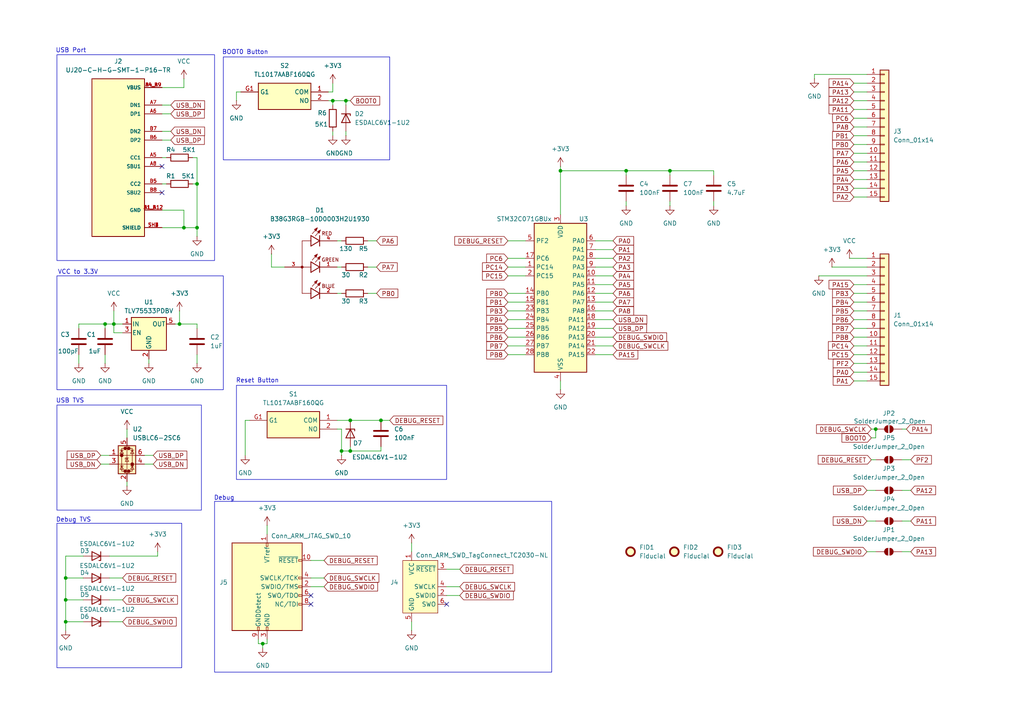
<source format=kicad_sch>
(kicad_sch (version 20250114) (generator "eeschema") (generator_version "9.0")
  (paper "A4")
  (title_block (title "STM32C071G8Ux Evaluation Board"))
  (rectangle (start 16.51 80.01) (end 64.77 113.03))
  (rectangle (start 16.51 151.765) (end 52.705 193.675))
  (rectangle (start 16.51 15.875) (end 62.23 75.565))
  (rectangle (start 16.51 117.475) (end 58.42 147.955))
  (rectangle (start 62.23 145.415) (end 160.02 194.945))
  (rectangle (start 68.58 111.76) (end 129.54 139.065))
  (rectangle (start 64.77 16.51) (end 113.03 46.355))
  (text "Reset Button" (at 74.676 110.49 0) (effects (font (size 1.27 1.27))))
  (text "VCC to 3.3V" (at 22.606 78.994 0) (effects (font (size 1.27 1.27))))
  (text "Debug" (at 65.024 144.526 0) (effects (font (size 1.27 1.27))))
  (text "BOOT0 Button" (at 71.12 15.24 0) (effects (font (size 1.27 1.27))))
  (text "USB TVS" (at 20.32 116.332 0) (effects (font (size 1.27 1.27))))
  (text "Debug TVS" (at 21.336 150.876 0) (effects (font (size 1.27 1.27))))
  (text "USB Port" (at 20.574 14.732 0) (effects (font (size 1.27 1.27))))
  (junction (at 19.05 173.99))
  (junction (at 57.15 66.04))
  (junction (at 33.02 93.98))
  (junction (at 19.05 167.64))
  (junction (at 30.48 93.98))
  (junction (at 110.49 121.92))
  (junction (at 57.15 53.34))
  (junction (at 194.31 49.53))
  (junction (at 162.56 49.53))
  (junction (at 19.05 180.34))
  (junction (at 100.33 29.21))
  (junction (at 53.34 66.04))
  (junction (at 52.07 93.98))
  (junction (at 76.2 186.69))
  (junction (at 99.06 130.81))
  (junction (at 254 124.46))
  (junction (at 181.61 49.53))
  (junction (at 101.6 130.81))
  (junction (at 101.6 121.92))
  (junction (at 96.52 29.21))
  (no_connect (at 90.17 172.72))
  (no_connect (at 46.99 55.88))
  (no_connect (at 90.17 175.26))
  (no_connect (at 46.99 48.26))
  (no_connect (at 129.54 175.26))
  (wire (pts (xy 99.06 130.81) (xy 99.06 124.46)))
  (wire (pts (xy 110.49 130.81) (xy 101.6 130.81)))
  (wire (pts (xy 110.49 129.54) (xy 110.49 130.81)))
  (wire (pts (xy 177.8 90.17) (xy 172.72 90.17)))
  (wire (pts (xy 247.65 82.55) (xy 251.46 82.55)))
  (wire (pts (xy 251.46 151.13) (xy 254 151.13)))
  (wire (pts (xy 101.6 130.81) (xy 99.06 130.81)))
  (wire (pts (xy 247.65 95.25) (xy 251.46 95.25)))
  (wire (pts (xy 147.32 85.09) (xy 152.4 85.09)))
  (wire (pts (xy 71.12 132.08) (xy 71.12 121.92)))
  (wire (pts (xy 50.8 93.98) (xy 52.07 93.98)))
  (wire (pts (xy 99.06 124.46) (xy 97.79 124.46)))
  (wire (pts (xy 41.91 132.08) (xy 44.45 132.08)))
  (wire (pts (xy 99.06 132.08) (xy 99.06 130.81)))
  (wire (pts (xy 96.52 29.21) (xy 100.33 29.21)))
  (wire (pts (xy 96.52 26.67) (xy 95.25 26.67)))
  (wire (pts (xy 36.83 124.46) (xy 36.83 127)))
  (wire (pts (xy 19.05 173.99) (xy 24.13 173.99)))
  (wire (pts (xy 77.47 185.42) (xy 77.47 186.69)))
  (wire (pts (xy 68.58 29.21) (xy 68.58 26.67)))
  (wire (pts (xy 207.01 49.53) (xy 194.31 49.53)))
  (wire (pts (xy 97.79 69.85) (xy 99.06 69.85)))
  (wire (pts (xy 237.49 80.01) (xy 251.46 80.01)))
  (wire (pts (xy 247.65 102.87) (xy 251.46 102.87)))
  (wire (pts (xy 19.05 167.64) (xy 19.05 161.29)))
  (wire (pts (xy 110.49 121.92) (xy 113.03 121.92)))
  (wire (pts (xy 247.65 87.63) (xy 251.46 87.63)))
  (wire (pts (xy 53.34 25.4) (xy 53.34 22.86)))
  (wire (pts (xy 247.65 36.83) (xy 251.46 36.83)))
  (wire (pts (xy 19.05 173.99) (xy 19.05 167.64)))
  (wire (pts (xy 177.8 82.55) (xy 172.72 82.55)))
  (wire (pts (xy 36.83 139.7) (xy 36.83 140.97)))
  (wire (pts (xy 74.93 186.69) (xy 76.2 186.69)))
  (wire (pts (xy 147.32 74.93) (xy 152.4 74.93)))
  (wire (pts (xy 147.32 80.01) (xy 152.4 80.01)))
  (wire (pts (xy 74.93 185.42) (xy 74.93 186.69)))
  (wire (pts (xy 33.02 93.98) (xy 35.56 93.98)))
  (wire (pts (xy 247.65 44.45) (xy 251.46 44.45)))
  (wire (pts (xy 90.17 170.18) (xy 93.98 170.18)))
  (wire (pts (xy 247.65 46.99) (xy 251.46 46.99)))
  (wire (pts (xy 181.61 50.8) (xy 181.61 49.53)))
  (wire (pts (xy 71.12 121.92) (xy 72.39 121.92)))
  (wire (pts (xy 96.52 29.21) (xy 95.25 29.21)))
  (wire (pts (xy 77.47 152.4) (xy 77.47 154.94)))
  (wire (pts (xy 46.99 25.4) (xy 53.34 25.4)))
  (wire (pts (xy 236.22 22.86) (xy 236.22 21.59)))
  (wire (pts (xy 101.6 121.92) (xy 110.49 121.92)))
  (wire (pts (xy 247.65 49.53) (xy 251.46 49.53)))
  (wire (pts (xy 53.34 60.96) (xy 53.34 66.04)))
  (wire (pts (xy 177.8 69.85) (xy 172.72 69.85)))
  (wire (pts (xy 96.52 39.37) (xy 96.52 38.1)))
  (wire (pts (xy 247.65 90.17) (xy 251.46 90.17)))
  (wire (pts (xy 207.01 50.8) (xy 207.01 49.53)))
  (wire (pts (xy 251.46 142.24) (xy 254 142.24)))
  (wire (pts (xy 162.56 49.53) (xy 181.61 49.53)))
  (wire (pts (xy 236.22 21.59) (xy 251.46 21.59)))
  (wire (pts (xy 261.62 124.46) (xy 262.89 124.46)))
  (wire (pts (xy 254 133.35) (xy 252.73 133.35)))
  (wire (pts (xy 172.72 95.25) (xy 177.8 95.25)))
  (wire (pts (xy 46.99 33.02) (xy 49.53 33.02)))
  (wire (pts (xy 100.33 29.21) (xy 100.33 30.48)))
  (wire (pts (xy 247.65 92.71) (xy 251.46 92.71)))
  (wire (pts (xy 147.32 87.63) (xy 152.4 87.63)))
  (wire (pts (xy 241.3 77.47) (xy 251.46 77.47)))
  (wire (pts (xy 247.65 107.95) (xy 251.46 107.95)))
  (wire (pts (xy 247.65 34.29) (xy 251.46 34.29)))
  (wire (pts (xy 129.54 165.1) (xy 133.35 165.1)))
  (wire (pts (xy 101.6 129.54) (xy 101.6 130.81)))
  (wire (pts (xy 46.99 38.1) (xy 49.53 38.1)))
  (wire (pts (xy 247.65 41.91) (xy 251.46 41.91)))
  (wire (pts (xy 247.65 100.33) (xy 251.46 100.33)))
  (wire (pts (xy 129.54 170.18) (xy 133.35 170.18)))
  (wire (pts (xy 57.15 102.87) (xy 57.15 105.41)))
  (wire (pts (xy 177.8 77.47) (xy 172.72 77.47)))
  (wire (pts (xy 33.02 90.17) (xy 33.02 93.98)))
  (wire (pts (xy 33.02 96.52) (xy 33.02 93.98)))
  (wire (pts (xy 90.17 162.56) (xy 93.98 162.56)))
  (wire (pts (xy 68.58 26.67) (xy 69.85 26.67)))
  (wire (pts (xy 22.86 93.98) (xy 30.48 93.98)))
  (wire (pts (xy 264.16 133.35) (xy 261.62 133.35)))
  (wire (pts (xy 247.65 57.15) (xy 251.46 57.15)))
  (wire (pts (xy 100.33 29.21) (xy 101.6 29.21)))
  (wire (pts (xy 46.99 30.48) (xy 49.53 30.48)))
  (wire (pts (xy 19.05 180.34) (xy 19.05 173.99)))
  (wire (pts (xy 46.99 53.34) (xy 48.26 53.34)))
  (wire (pts (xy 252.73 127) (xy 254 127)))
  (wire (pts (xy 106.68 69.85) (xy 109.22 69.85)))
  (wire (pts (xy 129.54 172.72) (xy 133.35 172.72)))
  (wire (pts (xy 30.48 93.98) (xy 30.48 95.25)))
  (wire (pts (xy 247.65 26.67) (xy 251.46 26.67)))
  (wire (pts (xy 77.47 186.69) (xy 76.2 186.69)))
  (wire (pts (xy 247.65 52.07) (xy 251.46 52.07)))
  (wire (pts (xy 247.65 39.37) (xy 251.46 39.37)))
  (wire (pts (xy 252.73 124.46) (xy 254 124.46)))
  (wire (pts (xy 29.21 132.08) (xy 31.75 132.08)))
  (wire (pts (xy 46.99 60.96) (xy 53.34 60.96)))
  (wire (pts (xy 43.18 104.14) (xy 43.18 105.41)))
  (wire (pts (xy 97.79 77.47) (xy 99.06 77.47)))
  (wire (pts (xy 96.52 30.48) (xy 96.52 29.21)))
  (wire (pts (xy 162.56 48.26) (xy 162.56 49.53)))
  (wire (pts (xy 247.65 110.49) (xy 251.46 110.49)))
  (wire (pts (xy 162.56 49.53) (xy 162.56 62.23)))
  (wire (pts (xy 106.68 77.47) (xy 109.22 77.47)))
  (wire (pts (xy 55.88 45.72) (xy 57.15 45.72)))
  (wire (pts (xy 31.75 173.99) (xy 35.56 173.99)))
  (wire (pts (xy 90.17 167.64) (xy 93.98 167.64)))
  (wire (pts (xy 246.38 74.93) (xy 251.46 74.93)))
  (wire (pts (xy 147.32 100.33) (xy 152.4 100.33)))
  (wire (pts (xy 41.91 134.62) (xy 44.45 134.62)))
  (wire (pts (xy 247.65 97.79) (xy 251.46 97.79)))
  (wire (pts (xy 97.79 85.09) (xy 99.06 85.09)))
  (wire (pts (xy 162.56 110.49) (xy 162.56 113.03)))
  (wire (pts (xy 19.05 161.29) (xy 24.13 161.29)))
  (wire (pts (xy 147.32 77.47) (xy 152.4 77.47)))
  (wire (pts (xy 172.72 92.71) (xy 177.8 92.71)))
  (wire (pts (xy 147.32 102.87) (xy 152.4 102.87)))
  (wire (pts (xy 57.15 93.98) (xy 52.07 93.98)))
  (wire (pts (xy 45.72 161.29) (xy 31.75 161.29)))
  (wire (pts (xy 147.32 97.79) (xy 152.4 97.79)))
  (wire (pts (xy 22.86 95.25) (xy 22.86 93.98)))
  (wire (pts (xy 29.21 134.62) (xy 31.75 134.62)))
  (wire (pts (xy 247.65 105.41) (xy 251.46 105.41)))
  (wire (pts (xy 261.62 142.24) (xy 264.16 142.24)))
  (wire (pts (xy 147.32 92.71) (xy 152.4 92.71)))
  (wire (pts (xy 177.8 80.01) (xy 172.72 80.01)))
  (wire (pts (xy 100.33 38.1) (xy 100.33 39.37)))
  (wire (pts (xy 31.75 167.64) (xy 35.56 167.64)))
  (wire (pts (xy 106.68 85.09) (xy 109.22 85.09)))
  (wire (pts (xy 19.05 167.64) (xy 24.13 167.64)))
  (wire (pts (xy 97.79 121.92) (xy 101.6 121.92)))
  (wire (pts (xy 251.46 160.02) (xy 254 160.02)))
  (wire (pts (xy 30.48 93.98) (xy 33.02 93.98)))
  (wire (pts (xy 247.65 31.75) (xy 251.46 31.75)))
  (wire (pts (xy 53.34 66.04) (xy 46.99 66.04)))
  (wire (pts (xy 247.65 29.21) (xy 251.46 29.21)))
  (wire (pts (xy 57.15 68.58) (xy 57.15 66.04)))
  (wire (pts (xy 19.05 180.34) (xy 24.13 180.34)))
  (wire (pts (xy 52.07 90.17) (xy 52.07 93.98)))
  (wire (pts (xy 76.2 187.96) (xy 76.2 186.69)))
  (wire (pts (xy 172.72 100.33) (xy 177.8 100.33)))
  (wire (pts (xy 45.72 161.29) (xy 45.72 160.02)))
  (wire (pts (xy 194.31 58.42) (xy 194.31 59.69)))
  (wire (pts (xy 147.32 69.85) (xy 152.4 69.85)))
  (wire (pts (xy 177.8 102.87) (xy 172.72 102.87)))
  (wire (pts (xy 46.99 45.72) (xy 48.26 45.72)))
  (wire (pts (xy 181.61 58.42) (xy 181.61 59.69)))
  (wire (pts (xy 55.88 53.34) (xy 57.15 53.34)))
  (wire (pts (xy 31.75 180.34) (xy 35.56 180.34)))
  (wire (pts (xy 57.15 45.72) (xy 57.15 53.34)))
  (wire (pts (xy 147.32 95.25) (xy 152.4 95.25)))
  (wire (pts (xy 57.15 53.34) (xy 57.15 66.04)))
  (wire (pts (xy 57.15 66.04) (xy 53.34 66.04)))
  (wire (pts (xy 261.62 151.13) (xy 264.16 151.13)))
  (wire (pts (xy 247.65 54.61) (xy 251.46 54.61)))
  (wire (pts (xy 247.65 24.13) (xy 251.46 24.13)))
  (wire (pts (xy 254 127) (xy 254 124.46)))
  (wire (pts (xy 96.52 24.13) (xy 96.52 26.67)))
  (wire (pts (xy 147.32 90.17) (xy 152.4 90.17)))
  (wire (pts (xy 19.05 182.88) (xy 19.05 180.34)))
  (wire (pts (xy 247.65 85.09) (xy 251.46 85.09)))
  (wire (pts (xy 35.56 96.52) (xy 33.02 96.52)))
  (wire (pts (xy 207.01 58.42) (xy 207.01 59.69)))
  (wire (pts (xy 177.8 72.39) (xy 172.72 72.39)))
  (wire (pts (xy 194.31 50.8) (xy 194.31 49.53)))
  (wire (pts (xy 181.61 49.53) (xy 194.31 49.53)))
  (wire (pts (xy 46.99 40.64) (xy 49.53 40.64)))
  (wire (pts (xy 119.38 180.34) (xy 119.38 182.88)))
  (wire (pts (xy 119.38 157.48) (xy 119.38 160.02)))
  (wire (pts (xy 22.86 102.87) (xy 22.86 105.41)))
  (wire (pts (xy 78.74 77.47) (xy 82.55 77.47)))
  (wire (pts (xy 261.62 160.02) (xy 264.16 160.02)))
  (wire (pts (xy 177.8 87.63) (xy 172.72 87.63)))
  (wire (pts (xy 30.48 102.87) (xy 30.48 105.41)))
  (wire (pts (xy 172.72 97.79) (xy 177.8 97.79)))
  (wire (pts (xy 177.8 74.93) (xy 172.72 74.93)))
  (wire (pts (xy 78.74 73.66) (xy 78.74 77.47)))
  (wire (pts (xy 177.8 85.09) (xy 172.72 85.09)))
  (wire (pts (xy 57.15 93.98) (xy 57.15 95.25)))
  (global_label "PB4" (shape input) (at 147.32 92.71 180) (property "Intersheetrefs" "${INTERSHEET_REFS}" (effects (hide yes))))
  (global_label "PA13" (shape input) (at 264.16 160.02 0) (property "Intersheetrefs" "${INTERSHEET_REFS}" (effects (hide yes))))
  (global_label "PB4" (shape input) (at 247.65 87.63 180) (property "Intersheetrefs" "${INTERSHEET_REFS}" (effects (hide yes))))
  (global_label "DEBUG_SWCLK" (shape input) (at 177.8 100.33 0) (property "Intersheetrefs" "${INTERSHEET_REFS}" (effects (hide yes))))
  (global_label "PA4" (shape input) (at 247.65 52.07 180) (property "Intersheetrefs" "${INTERSHEET_REFS}" (effects (hide yes))))
  (global_label "DEBUG_RESET" (shape input) (at 35.56 167.64 0) (property "Intersheetrefs" "${INTERSHEET_REFS}" (effects (hide yes))))
  (global_label "PB6" (shape input) (at 147.32 97.79 180) (property "Intersheetrefs" "${INTERSHEET_REFS}" (effects (hide yes))))
  (global_label "PB0" (shape input) (at 109.22 85.09 0) (property "Intersheetrefs" "${INTERSHEET_REFS}" (effects (hide yes))))
  (global_label "DEBUG_SWDIO" (shape input) (at 251.46 160.02 180) (property "Intersheetrefs" "${INTERSHEET_REFS}" (effects (hide yes))))
  (global_label "PB6" (shape input) (at 247.65 92.71 180) (property "Intersheetrefs" "${INTERSHEET_REFS}" (effects (hide yes))))
  (global_label "PB0" (shape input) (at 147.32 85.09 180) (property "Intersheetrefs" "${INTERSHEET_REFS}" (effects (hide yes))))
  (global_label "PB8" (shape input) (at 247.65 97.79 180) (property "Intersheetrefs" "${INTERSHEET_REFS}" (effects (hide yes))))
  (global_label "PA2" (shape input) (at 177.8 74.93 0) (property "Intersheetrefs" "${INTERSHEET_REFS}" (effects (hide yes))))
  (global_label "DEBUG_RESET" (shape input) (at 113.03 121.92 0) (property "Intersheetrefs" "${INTERSHEET_REFS}" (effects (hide yes))))
  (global_label "DEBUG_SWCLK" (shape input) (at 252.73 124.46 180) (property "Intersheetrefs" "${INTERSHEET_REFS}" (effects (hide yes))))
  (global_label "PA7" (shape input) (at 177.8 87.63 0) (property "Intersheetrefs" "${INTERSHEET_REFS}" (effects (hide yes))))
  (global_label "PC14" (shape input) (at 147.32 77.47 180) (property "Intersheetrefs" "${INTERSHEET_REFS}" (effects (hide yes))))
  (global_label "PB3" (shape input) (at 147.32 90.17 180) (property "Intersheetrefs" "${INTERSHEET_REFS}" (effects (hide yes))))
  (global_label "DEBUG_RESET" (shape input) (at 147.32 69.85 180) (property "Intersheetrefs" "${INTERSHEET_REFS}" (effects (hide yes))))
  (global_label "DEBUG_RESET" (shape input) (at 133.35 165.1 0) (property "Intersheetrefs" "${INTERSHEET_REFS}" (effects (hide yes))))
  (global_label "PA8" (shape input) (at 247.65 36.83 180) (property "Intersheetrefs" "${INTERSHEET_REFS}" (effects (hide yes))))
  (global_label "PA14" (shape input) (at 262.89 124.46 0) (property "Intersheetrefs" "${INTERSHEET_REFS}" (effects (hide yes))))
  (global_label "PB5" (shape input) (at 147.32 95.25 180) (property "Intersheetrefs" "${INTERSHEET_REFS}" (effects (hide yes))))
  (global_label "DEBUG_SWDIO" (shape input) (at 133.35 172.72 0) (property "Intersheetrefs" "${INTERSHEET_REFS}" (effects (hide yes))))
  (global_label "PF2" (shape input) (at 264.16 133.35 0) (property "Intersheetrefs" "${INTERSHEET_REFS}" (effects (hide yes))))
  (global_label "PC15" (shape input) (at 147.32 80.01 180) (property "Intersheetrefs" "${INTERSHEET_REFS}" (effects (hide yes))))
  (global_label "PA8" (shape input) (at 177.8 90.17 0) (property "Intersheetrefs" "${INTERSHEET_REFS}" (effects (hide yes))))
  (global_label "USB_DP" (shape input) (at 251.46 142.24 180) (property "Intersheetrefs" "${INTERSHEET_REFS}" (effects (hide yes))))
  (global_label "PA7" (shape input) (at 109.22 77.47 0) (property "Intersheetrefs" "${INTERSHEET_REFS}" (effects (hide yes))))
  (global_label "USB_DN" (shape input) (at 44.45 134.62 0) (property "Intersheetrefs" "${INTERSHEET_REFS}" (effects (hide yes))))
  (global_label "PA6" (shape input) (at 247.65 46.99 180) (property "Intersheetrefs" "${INTERSHEET_REFS}" (effects (hide yes))))
  (global_label "PB5" (shape input) (at 247.65 90.17 180) (property "Intersheetrefs" "${INTERSHEET_REFS}" (effects (hide yes))))
  (global_label "USB_DN" (shape input) (at 49.53 30.48 0) (property "Intersheetrefs" "${INTERSHEET_REFS}" (effects (hide yes))))
  (global_label "DEBUG_SWCLK" (shape input) (at 93.98 167.64 0) (property "Intersheetrefs" "${INTERSHEET_REFS}" (effects (hide yes))))
  (global_label "PA15" (shape input) (at 247.65 82.55 180) (property "Intersheetrefs" "${INTERSHEET_REFS}" (effects (hide yes))))
  (global_label "DEBUG_RESET" (shape input) (at 252.73 133.35 180) (property "Intersheetrefs" "${INTERSHEET_REFS}" (effects (hide yes))))
  (global_label "PF2" (shape input) (at 247.65 105.41 180) (property "Intersheetrefs" "${INTERSHEET_REFS}" (effects (hide yes))))
  (global_label "USB_DN" (shape input) (at 29.21 134.62 180) (property "Intersheetrefs" "${INTERSHEET_REFS}" (effects (hide yes))))
  (global_label "USB_DP" (shape input) (at 49.53 40.64 0) (property "Intersheetrefs" "${INTERSHEET_REFS}" (effects (hide yes))))
  (global_label "PB8" (shape input) (at 147.32 102.87 180) (property "Intersheetrefs" "${INTERSHEET_REFS}" (effects (hide yes))))
  (global_label "PB1" (shape input) (at 147.32 87.63 180) (property "Intersheetrefs" "${INTERSHEET_REFS}" (effects (hide yes))))
  (global_label "DEBUG_SWCLK" (shape input) (at 133.35 170.18 0) (property "Intersheetrefs" "${INTERSHEET_REFS}" (effects (hide yes))))
  (global_label "USB_DP" (shape input) (at 177.8 95.25 0) (property "Intersheetrefs" "${INTERSHEET_REFS}" (effects (hide yes))))
  (global_label "USB_DN" (shape input) (at 49.53 38.1 0) (property "Intersheetrefs" "${INTERSHEET_REFS}" (effects (hide yes))))
  (global_label "PA14" (shape input) (at 247.65 24.13 180) (property "Intersheetrefs" "${INTERSHEET_REFS}" (effects (hide yes))))
  (global_label "PC15" (shape input) (at 247.65 102.87 180) (property "Intersheetrefs" "${INTERSHEET_REFS}" (effects (hide yes))))
  (global_label "PA1" (shape input) (at 177.8 72.39 0) (property "Intersheetrefs" "${INTERSHEET_REFS}" (effects (hide yes))))
  (global_label "PA11" (shape input) (at 247.65 31.75 180) (property "Intersheetrefs" "${INTERSHEET_REFS}" (effects (hide yes))))
  (global_label "PA6" (shape input) (at 177.8 85.09 0) (property "Intersheetrefs" "${INTERSHEET_REFS}" (effects (hide yes))))
  (global_label "PB7" (shape input) (at 147.32 100.33 180) (property "Intersheetrefs" "${INTERSHEET_REFS}" (effects (hide yes))))
  (global_label "PC6" (shape input) (at 147.32 74.93 180) (property "Intersheetrefs" "${INTERSHEET_REFS}" (effects (hide yes))))
  (global_label "PC6" (shape input) (at 247.65 34.29 180) (property "Intersheetrefs" "${INTERSHEET_REFS}" (effects (hide yes))))
  (global_label "DEBUG_SWDIO" (shape input) (at 177.8 97.79 0) (property "Intersheetrefs" "${INTERSHEET_REFS}" (effects (hide yes))))
  (global_label "PA0" (shape input) (at 247.65 107.95 180) (property "Intersheetrefs" "${INTERSHEET_REFS}" (effects (hide yes))))
  (global_label "USB_DN" (shape input) (at 177.8 92.71 0) (property "Intersheetrefs" "${INTERSHEET_REFS}" (effects (hide yes))))
  (global_label "PA0" (shape input) (at 177.8 69.85 0) (property "Intersheetrefs" "${INTERSHEET_REFS}" (effects (hide yes))))
  (global_label "PA12" (shape input) (at 247.65 29.21 180) (property "Intersheetrefs" "${INTERSHEET_REFS}" (effects (hide yes))))
  (global_label "PA4" (shape input) (at 177.8 80.01 0) (property "Intersheetrefs" "${INTERSHEET_REFS}" (effects (hide yes))))
  (global_label "PC14" (shape input) (at 247.65 100.33 180) (property "Intersheetrefs" "${INTERSHEET_REFS}" (effects (hide yes))))
  (global_label "PA13" (shape input) (at 247.65 26.67 180) (property "Intersheetrefs" "${INTERSHEET_REFS}" (effects (hide yes))))
  (global_label "PA3" (shape input) (at 177.8 77.47 0) (property "Intersheetrefs" "${INTERSHEET_REFS}" (effects (hide yes))))
  (global_label "PB0" (shape input) (at 247.65 41.91 180) (property "Intersheetrefs" "${INTERSHEET_REFS}" (effects (hide yes))))
  (global_label "DEBUG_RESET" (shape input) (at 93.98 162.56 0) (property "Intersheetrefs" "${INTERSHEET_REFS}" (effects (hide yes))))
  (global_label "DEBUG_SWDIO" (shape input) (at 35.56 180.34 0) (property "Intersheetrefs" "${INTERSHEET_REFS}" (effects (hide yes))))
  (global_label "USB_DP" (shape input) (at 44.45 132.08 0) (property "Intersheetrefs" "${INTERSHEET_REFS}" (effects (hide yes))))
  (global_label "PA7" (shape input) (at 247.65 44.45 180) (property "Intersheetrefs" "${INTERSHEET_REFS}" (effects (hide yes))))
  (global_label "PB3" (shape input) (at 247.65 85.09 180) (property "Intersheetrefs" "${INTERSHEET_REFS}" (effects (hide yes))))
  (global_label "PA2" (shape input) (at 247.65 57.15 180) (property "Intersheetrefs" "${INTERSHEET_REFS}" (effects (hide yes))))
  (global_label "PA11" (shape input) (at 264.16 151.13 0) (property "Intersheetrefs" "${INTERSHEET_REFS}" (effects (hide yes))))
  (global_label "PA5" (shape input) (at 177.8 82.55 0) (property "Intersheetrefs" "${INTERSHEET_REFS}" (effects (hide yes))))
  (global_label "PA15" (shape input) (at 177.8 102.87 0) (property "Intersheetrefs" "${INTERSHEET_REFS}" (effects (hide yes))))
  (global_label "PA5" (shape input) (at 247.65 49.53 180) (property "Intersheetrefs" "${INTERSHEET_REFS}" (effects (hide yes))))
  (global_label "PA3" (shape input) (at 247.65 54.61 180) (property "Intersheetrefs" "${INTERSHEET_REFS}" (effects (hide yes))))
  (global_label "DEBUG_SWCLK" (shape input) (at 35.56 173.99 0) (property "Intersheetrefs" "${INTERSHEET_REFS}" (effects (hide yes))))
  (global_label "PB1" (shape input) (at 247.65 39.37 180) (property "Intersheetrefs" "${INTERSHEET_REFS}" (effects (hide yes))))
  (global_label "USB_DP" (shape input) (at 29.21 132.08 180) (property "Intersheetrefs" "${INTERSHEET_REFS}" (effects (hide yes))))
  (global_label "DEBUG_SWDIO" (shape input) (at 93.98 170.18 0) (property "Intersheetrefs" "${INTERSHEET_REFS}" (effects (hide yes))))
  (global_label "USB_DN" (shape input) (at 251.46 151.13 180) (property "Intersheetrefs" "${INTERSHEET_REFS}" (effects (hide yes))))
  (global_label "BOOT0" (shape input) (at 101.6 29.21 0) (property "Intersheetrefs" "${INTERSHEET_REFS}" (effects (hide yes))))
  (global_label "PA12" (shape input) (at 264.16 142.24 0) (property "Intersheetrefs" "${INTERSHEET_REFS}" (effects (hide yes))))
  (global_label "USB_DP" (shape input) (at 49.53 33.02 0) (property "Intersheetrefs" "${INTERSHEET_REFS}" (effects (hide yes))))
  (global_label "BOOT0" (shape input) (at 252.73 127 180) (property "Intersheetrefs" "${INTERSHEET_REFS}" (effects (hide yes))))
  (global_label "PA6" (shape input) (at 109.22 69.85 0) (property "Intersheetrefs" "${INTERSHEET_REFS}" (effects (hide yes))))
  (global_label "PB7" (shape input) (at 247.65 95.25 180) (property "Intersheetrefs" "${INTERSHEET_REFS}" (effects (hide yes))))
  (global_label "PA1" (shape input) (at 247.65 110.49 180) (property "Intersheetrefs" "${INTERSHEET_REFS}" (effects (hide yes))))
  (symbol (lib_id "Device:C") (at 30.48 99.06 0) (unit 1)
    (property "Reference" "C1" (at 25.146 97.028 0) (effects (justify left)))
    (property "Value" "1uF" (at 25.654 101.854 0) (effects (justify left)))
    (property "Footprint" "Capacitor_SMD:C_0402_1005Metric" (effects (hide yes)))
    (property "Description" "Unpolarized capacitor" (effects (hide yes)))
  )
  (symbol (lib_id "power:VCC") (at 36.83 124.46 0) (unit 1)
    (property "Reference" "#PWR031" (effects (hide yes)))
    (property "Value" "VCC" (at 36.83 119.38 0))
    (property "Description" "Power symbol creates a global label with name \"VCC\"" (effects (hide yes)))
  )
  (symbol (lib_id "power:GND") (at 181.61 59.69 0) (unit 1)
    (property "Reference" "#PWR09" (effects (hide yes)))
    (property "Value" "GND" (at 181.61 64.77 0))
    (property "Description" "Power symbol creates a global label with name \"GND\" , ground" (effects (hide yes)))
  )
  (symbol (lib_id "Connector:Conn_ARM_SWD_TagConnect_TC2030-NL") (at 121.92 170.18 0) (unit 1) (in_bom no)
    (property "Reference" "J4" (at 115.57 168.9099 0) (effects (justify right)))
    (property "Value" "Conn_ARM_SWD_TagConnect_TC2030-NL" (at 159.004 161.036 0) (effects (justify right)))
    (property "Footprint" "Connector:Tag-Connect_TC2030-IDC-NL_2x03_P1.27mm_Vertical" (effects (hide yes)))
    (property "Datasheet" "https://www.tag-connect.com/wp-content/uploads/bsk-pdf-manager/TC2030-CTX_1.pdf" (effects (hide yes)))
    (property "Description" "Tag-Connect ARM Cortex SWD JTAG connector, 6 pin, no legs" (effects (hide yes)))
  )
  (symbol (lib_id "power:+3V3") (at 45.72 160.02 0) (unit 1)
    (property "Reference" "#PWR014" (effects (hide yes)))
    (property "Value" "+3V3" (at 45.72 154.94 0))
    (property "Description" "Power symbol creates a global label with name \"+3V3\"" (effects (hide yes)))
  )
  (symbol (lib_id "Jumper:SolderJumper_2_Open") (at 257.81 160.02 0) (unit 1) (in_bom no)
    (property "Reference" "JP1" (at 257.81 153.67 0))
    (property "Value" "SolderJumper_2_Open" (at 257.81 156.21 0))
    (property "Footprint" "Jumper:SolderJumper-2_P1.3mm_Open_TrianglePad1.0x1.5mm" (effects (hide yes)))
    (property "Description" "Solder Jumper, 2-pole, open" (effects (hide yes)))
  )
  (symbol (lib_id "power:VCC") (at 53.34 22.86 0) (unit 1)
    (property "Reference" "#PWR04" (effects (hide yes)))
    (property "Value" "VCC" (at 53.34 17.78 0))
    (property "Description" "Power symbol creates a global label with name \"VCC\"" (effects (hide yes)))
  )
  (symbol (lib_id "Device:C") (at 194.31 54.61 0) (unit 1)
    (property "Reference" "C7" (at 198.12 53.3399 0) (effects (justify left)))
    (property "Value" "100nF" (at 198.12 55.8799 0) (effects (justify left)))
    (property "Footprint" "Capacitor_SMD:C_0402_1005Metric" (effects (hide yes)))
    (property "Description" "Unpolarized capacitor" (effects (hide yes)))
  )
  (symbol (lib_id "Regulator_Linear:TLV75533PDBV") (at 43.18 96.52 0) (unit 1)
    (property "Reference" "U1" (at 43.18 87.63 0))
    (property "Value" "TLV75533PDBV" (at 43.18 90.17 0))
    (property "Footprint" "Package_TO_SOT_SMD:SOT-23-5" (effects (hide yes)))
    (property "Datasheet" "http://www.ti.com/lit/ds/symlink/tlv755p.pdf" (effects (hide yes)))
    (property "Description" "500mA Low Dropout Voltage Regulator, Fixed Output 3.3V, SOT-23-5" (effects (hide yes)))
  )
  (symbol (lib_id "power:GND") (at 207.01 59.69 0) (unit 1)
    (property "Reference" "#PWR026" (effects (hide yes)))
    (property "Value" "GND" (at 207.01 64.77 0))
    (property "Description" "Power symbol creates a global label with name \"GND\" , ground" (effects (hide yes)))
  )
  (symbol (lib_id "Device:C") (at 22.86 99.06 0) (unit 1)
    (property "Reference" "C3" (at 17.526 97.028 0) (effects (justify left)))
    (property "Value" "100pF" (at 16.764 101.854 0) (effects (justify left)))
    (property "Footprint" "Capacitor_SMD:C_0402_1005Metric" (effects (hide yes)))
    (property "Description" "Unpolarized capacitor" (effects (hide yes)))
  )
  (symbol (lib_id "UJ20-C-H-G-SMT-1-P16-TR:UJ20-C-H-G-SMT-1-P16-TR") (at 34.29 45.72 0) (unit 1)
    (property "Reference" "J2" (at 34.29 17.78 0))
    (property "Value" "UJ20-C-H-G-SMT-1-P16-TR" (at 34.29 20.32 0))
    (property "Footprint" "footprints:SAMESKY_UJ20-C-H-G-SMT-1-P16-TR" (effects (hide yes)))
    (property "DigiKey_Part_Number" "2223-UJ20-C-H-G-SMT-1-P16-TR-ND" (effects (hide yes)))
    (property "SnapEDA_Link" "https://www.snapeda.com/parts/UJ20-C-H-G-SMT-1-P16-TR/Same+Sky/view-part/?ref=snap" (effects (hide yes)))
    (property "MAXIMUM_PACKAGE_HEIGHT" "3.46mm" (effects (hide yes)))
    (property "Package" "None" (effects (hide yes)))
    (property "Check_prices" "https://www.snapeda.com/parts/UJ20-C-H-G-SMT-1-P16-TR/Same+Sky/view-part/?ref=eda" (effects (hide yes)))
    (property "STANDARD" "Manufacturer Recommendations" (effects (hide yes)))
    (property "PARTREV" "1.0" (effects (hide yes)))
    (property "MF" "Same Sky" (effects (hide yes)))
    (property "MP" "UJ20-C-H-G-SMT-1-P16-TR" (effects (hide yes)))
    (property "Description_1" "USB-C (USB TYPE-C) USB 2.0 Receptacle Connector 24 (16+8 Dummy) Position Surface Mount, Right Angle; Through Hole" (effects (hide yes)))
    (property "MANUFACTURER" "Same Sky" (effects (hide yes)))
  )
  (symbol (lib_id "MCU_ST_STM32C0:STM32C071G8Ux") (at 162.56 87.63 0) (unit 1)
    (property "Reference" "U3" (at 167.894 63.5 0) (effects (justify left)))
    (property "Value" "STM32C071G8Ux" (at 144.018 63.5 0) (effects (justify left)))
    (property "Footprint" "Package_DFN_QFN:QFN-28_4x4mm_P0.5mm" (effects (hide yes)))
    (property "Datasheet" "https://www.st.com/resource/en/datasheet/stm32c071g8.pdf" (effects (hide yes)))
    (property "Description" "STMicroelectronics Arm Cortex-M0+ MCU, 64KB flash, 24KB RAM, 26 GPIO, UFQFPN28_GP" (effects (hide yes)))
  )
  (symbol (lib_id "power:GND") (at 100.33 39.37 0) (unit 1)
    (property "Reference" "#PWR033" (effects (hide yes)))
    (property "Value" "GND" (at 100.33 44.45 0))
    (property "Description" "Power symbol creates a global label with name \"GND\" , ground" (effects (hide yes)))
  )
  (symbol (lib_id "power:+3V3") (at 162.56 48.26 0) (unit 1)
    (property "Reference" "#PWR03" (effects (hide yes)))
    (property "Value" "+3V3" (at 162.56 43.18 0))
    (property "Description" "Power symbol creates a global label with name \"+3V3\"" (effects (hide yes)))
  )
  (symbol (lib_id "power:+3V3") (at 119.38 157.48 0) (unit 1)
    (property "Reference" "#PWR017" (effects (hide yes)))
    (property "Value" "+3V3" (at 119.38 152.4 0))
    (property "Description" "Power symbol creates a global label with name \"+3V3\"" (effects (hide yes)))
  )
  (symbol (lib_id "Connector_Generic:Conn_01x15") (at 256.54 39.37 0) (unit 1)
    (property "Reference" "J3" (at 259.08 38.0999 0) (effects (justify left)))
    (property "Value" "Conn_01x14" (at 259.08 40.6399 0) (effects (justify left)))
    (property "Footprint" "Connector_PinSocket_2.54mm:PinSocket_1x15_P2.54mm_Vertical" (effects (hide yes)))
    (property "Description" "Generic connector, single row, 01x15, script generated (kicad-library-utils/schlib/autogen/connector/)" (effects (hide yes)))
  )
  (symbol (lib_id "power:+3V3") (at 77.47 152.4 0) (unit 1)
    (property "Reference" "#PWR016" (effects (hide yes)))
    (property "Value" "+3V3" (at 77.47 147.32 0))
    (property "Description" "Power symbol creates a global label with name \"+3V3\"" (effects (hide yes)))
  )
  (symbol (lib_id "power:+3V3") (at 96.52 24.13 0) (unit 1)
    (property "Reference" "#PWR030" (effects (hide yes)))
    (property "Value" "+3V3" (at 96.52 19.05 0))
    (property "Description" "Power symbol creates a global label with name \"+3V3\"" (effects (hide yes)))
  )
  (symbol (lib_id "power:+3V3") (at 78.74 73.66 0) (unit 1)
    (property "Reference" "#PWR027" (effects (hide yes)))
    (property "Value" "+3V3" (at 78.74 68.58 0))
    (property "Description" "Power symbol creates a global label with name \"+3V3\"" (effects (hide yes)))
  )
  (symbol (lib_id "Connector_Generic:Conn_01x15") (at 256.54 92.71 0) (unit 1)
    (property "Reference" "J1" (at 259.08 91.4399 0) (effects (justify left)))
    (property "Value" "Conn_01x14" (at 259.08 93.9799 0) (effects (justify left)))
    (property "Footprint" "Connector_PinSocket_2.54mm:PinSocket_1x15_P2.54mm_Vertical" (effects (hide yes)))
    (property "Description" "Generic connector, single row, 01x15, script generated (kicad-library-utils/schlib/autogen/connector/)" (effects (hide yes)))
  )
  (symbol (lib_id "Jumper:SolderJumper_2_Open") (at 257.81 142.24 0) (unit 1) (in_bom no)
    (property "Reference" "JP3" (at 257.81 135.89 0))
    (property "Value" "SolderJumper_2_Open" (at 257.81 138.43 0))
    (property "Footprint" "Jumper:SolderJumper-2_P1.3mm_Open_TrianglePad1.0x1.5mm" (effects (hide yes)))
    (property "Description" "Solder Jumper, 2-pole, open" (effects (hide yes)))
  )
  (symbol (lib_id "power:VCC") (at 33.02 90.17 0) (unit 1)
    (property "Reference" "#PWR08" (effects (hide yes)))
    (property "Value" "VCC" (at 33.02 85.09 0))
    (property "Description" "Power symbol creates a global label with name \"VCC\"" (effects (hide yes)))
  )
  (symbol (lib_id "Device:R") (at 102.87 69.85 270) (unit 1)
    (property "Reference" "R5" (at 105.41 72.136 90))
    (property "Value" "130" (at 100.33 72.136 90))
    (property "Footprint" "Resistor_SMD:R_0402_1005Metric" (effects (hide yes)))
    (property "Description" "Resistor" (effects (hide yes)))
  )
  (symbol (lib_id "power:GND") (at 162.56 113.03 0) (unit 1)
    (property "Reference" "#PWR02" (effects (hide yes)))
    (property "Value" "GND" (at 162.56 118.11 0))
    (property "Description" "Power symbol creates a global label with name \"GND\" , ground" (effects (hide yes)))
  )
  (symbol (lib_id "power:GND") (at 43.18 105.41 0) (unit 1)
    (property "Reference" "#PWR06" (effects (hide yes)))
    (property "Value" "GND" (at 43.18 110.49 0))
    (property "Description" "Power symbol creates a global label with name \"GND\" , ground" (effects (hide yes)))
  )
  (symbol (lib_id "TL1017AABF160QG:TL1017AABF160QG") (at 72.39 121.92 0) (unit 1)
    (property "Reference" "S1" (at 85.09 114.3 0))
    (property "Value" "TL1017AABF160QG" (at 85.09 116.84 0))
    (property "Footprint" "footprints:TL1017AABF160QG" (effects (hide yes)))
    (property "Datasheet" "https://configured-product-images.s3.amazonaws.com/2D/specs/TL1017AABF160QG.pdf" (effects (hide yes)))
    (property "Description" "TACT, Surface Mount" (effects (hide yes)))
    (property "Height" "1.7" (effects (hide yes)))
    (property "Mouser Part Number" "612-TL1017AABF160QG" (effects (hide yes)))
    (property "Mouser Price/Stock" "https://www.mouser.co.uk/ProductDetail/E-Switch/TL1017AABF160QG?qs=9vOqFld9vZWEDSBQD0ZM5A%3D%3D" (effects (hide yes)))
    (property "Manufacturer_Name" "E-Switch" (effects (hide yes)))
    (property "Manufacturer_Part_Number" "TL1017AABF160QG" (effects (hide yes)))
  )
  (symbol (lib_id "power:GND") (at 236.22 22.86 0) (unit 1)
    (property "Reference" "#PWR022" (effects (hide yes)))
    (property "Value" "GND" (at 236.22 27.94 0))
    (property "Description" "Power symbol creates a global label with name \"GND\" , ground" (effects (hide yes)))
  )
  (symbol (lib_id "power:GND") (at 194.31 59.69 0) (unit 1)
    (property "Reference" "#PWR010" (effects (hide yes)))
    (property "Value" "GND" (at 194.31 64.77 0))
    (property "Description" "Power symbol creates a global label with name \"GND\" , ground" (effects (hide yes)))
  )
  (symbol (lib_id "power:GND") (at 57.15 68.58 0) (unit 1)
    (property "Reference" "#PWR05" (effects (hide yes)))
    (property "Value" "GND" (at 57.15 73.66 0))
    (property "Description" "Power symbol creates a global label with name \"GND\" , ground" (effects (hide yes)))
  )
  (symbol (lib_id "B38G3RGB-10D0003H2U1930:B38G3RGB-10D0003H2U1930") (at 90.17 77.47 0) (unit 1)
    (property "Reference" "D1" (at 92.7771 60.96 0))
    (property "Value" "B38G3RGB-10D0003H2U1930" (at 92.7771 63.5 0))
    (property "Footprint" "footprints:LED_B38G3RGB-10D0003H2U1930" (effects (hide yes)))
    (property "DigiKey_Part_Number" "3147-B38G3RGB-10D0003H2U1930TR-ND" (effects (hide yes)))
    (property "SnapEDA_Link" "https://www.snapeda.com/parts/B38G3RGB-10D0003H2U1930/Harvatek/view-part/?ref=snap" (effects (hide yes)))
    (property "MAXIMUM_PACKAGE_HEIGHT" "0.5 mm" (effects (hide yes)))
    (property "Package" "None" (effects (hide yes)))
    (property "Check_prices" "https://www.snapeda.com/parts/B38G3RGB-10D0003H2U1930/Harvatek/view-part/?ref=eda" (effects (hide yes)))
    (property "STANDARD" "Manufacturer Recommendations" (effects (hide yes)))
    (property "PARTREV" "1.9" (effects (hide yes)))
    (property "MF" "Harvatek Corporation" (effects (hide yes)))
    (property "MP" "B38G3RGB-10D0003H2U1930" (effects (hide yes)))
    (property "Description_1" "Red, Green, Blue (RGB) - LED Indication - Discrete 2V Red, 3V Green, 3V Blue 0606 (1616 Metric)" (effects (hide yes)))
    (property "MANUFACTURER" "Harvatek" (effects (hide yes)))
  )
  (symbol (lib_id "Diode:ESD5Zxx") (at 27.94 161.29 180) (unit 1)
    (property "Reference" "D3" (at 25.908 159.766 0) (effects (justify left)))
    (property "Value" "ESDALC6V1-1U2" (at 39.116 157.734 0) (effects (justify left)))
    (property "Footprint" "Diode_SMD:D_0201_0603Metric" (effects (hide yes)))
    (property "Datasheet" "https://www.onsemi.com/pdf/datasheet/esd5z2.5t1-d.pdf" (effects (hide yes)))
    (property "Description" "ESD Protection Diode, SOD-523" (effects (hide yes)))
  )
  (symbol (lib_id "Device:R") (at 96.52 34.29 180) (unit 1)
    (property "Reference" "R6" (at 93.472 32.766 0))
    (property "Value" "5K1" (at 93.218 36.068 0))
    (property "Footprint" "Resistor_SMD:R_0402_1005Metric" (effects (hide yes)))
    (property "Description" "Resistor" (effects (hide yes)))
  )
  (symbol (lib_id "power:GND") (at 30.48 105.41 0) (unit 1)
    (property "Reference" "#PWR011" (effects (hide yes)))
    (property "Value" "GND" (at 30.48 110.49 0))
    (property "Description" "Power symbol creates a global label with name \"GND\" , ground" (effects (hide yes)))
  )
  (symbol (lib_id "Device:C") (at 110.49 125.73 0) (unit 1)
    (property "Reference" "C6" (at 114.3 124.4599 0) (effects (justify left)))
    (property "Value" "100nF" (at 114.3 126.9999 0) (effects (justify left)))
    (property "Footprint" "Capacitor_SMD:C_0402_1005Metric" (effects (hide yes)))
    (property "Description" "Unpolarized capacitor" (effects (hide yes)))
  )
  (symbol (lib_id "power:GND") (at 36.83 140.97 0) (unit 1)
    (property "Reference" "#PWR01" (effects (hide yes)))
    (property "Value" "GND" (at 36.83 146.05 0))
    (property "Description" "Power symbol creates a global label with name \"GND\" , ground" (effects (hide yes)))
  )
  (symbol (lib_id "Diode:ESD5Zxx") (at 100.33 34.29 270) (unit 1)
    (property "Reference" "D2" (at 102.87 33.0199 90) (effects (justify left)))
    (property "Value" "ESDALC6V1-1U2" (at 102.87 35.5599 90) (effects (justify left)))
    (property "Footprint" "Diode_SMD:D_0201_0603Metric" (effects (hide yes)))
    (property "Datasheet" "https://www.onsemi.com/pdf/datasheet/esd5z2.5t1-d.pdf" (effects (hide yes)))
    (property "Description" "ESD Protection Diode, SOD-523" (effects (hide yes)))
  )
  (symbol (lib_id "Jumper:SolderJumper_2_Open") (at 257.81 133.35 0) (unit 1) (in_bom no)
    (property "Reference" "JP5" (at 257.81 127 0))
    (property "Value" "SolderJumper_2_Open" (at 257.81 129.54 0))
    (property "Footprint" "Jumper:SolderJumper-2_P1.3mm_Open_TrianglePad1.0x1.5mm" (effects (hide yes)))
    (property "Description" "Solder Jumper, 2-pole, open" (effects (hide yes)))
  )
  (symbol (lib_id "power:GND") (at 96.52 39.37 0) (unit 1)
    (property "Reference" "#PWR029" (effects (hide yes)))
    (property "Value" "GND" (at 96.52 44.45 0))
    (property "Description" "Power symbol creates a global label with name \"GND\" , ground" (effects (hide yes)))
  )
  (symbol (lib_id "Diode:ESD5Zxx") (at 27.94 180.34 180) (unit 1)
    (property "Reference" "D6" (at 25.908 178.816 0) (effects (justify left)))
    (property "Value" "ESDALC6V1-1U2" (at 39.116 176.784 0) (effects (justify left)))
    (property "Footprint" "Diode_SMD:D_0201_0603Metric" (effects (hide yes)))
    (property "Datasheet" "https://www.onsemi.com/pdf/datasheet/esd5z2.5t1-d.pdf" (effects (hide yes)))
    (property "Description" "ESD Protection Diode, SOD-523" (effects (hide yes)))
  )
  (symbol (lib_id "Mechanical:Fiducial") (at 182.88 160.02 0) (unit 1) (in_bom no)
    (property "Reference" "FID1" (at 185.42 158.7499 0) (effects (justify left)))
    (property "Value" "Fiducial" (at 185.42 161.2899 0) (effects (justify left)))
    (property "Footprint" "Fiducial:Fiducial_0.5mm_Mask1mm" (effects (hide yes)))
    (property "Description" "Fiducial Marker" (effects (hide yes)))
  )
  (symbol (lib_id "power:VCC") (at 246.38 74.93 0) (unit 1)
    (property "Reference" "#PWR021" (effects (hide yes)))
    (property "Value" "VCC" (at 246.38 69.85 0))
    (property "Description" "Power symbol creates a global label with name \"VCC\"" (effects (hide yes)))
  )
  (symbol (lib_id "power:GND") (at 76.2 187.96 0) (unit 1)
    (property "Reference" "#PWR015" (effects (hide yes)))
    (property "Value" "GND" (at 76.2 193.04 0))
    (property "Description" "Power symbol creates a global label with name \"GND\" , ground" (effects (hide yes)))
  )
  (symbol (lib_id "Connector:Conn_ARM_JTAG_SWD_10") (at 77.47 170.18 0) (unit 1)
    (property "Reference" "J5" (at 66.04 168.9099 0) (effects (justify right)))
    (property "Value" "Conn_ARM_JTAG_SWD_10" (at 101.854 155.448 0) (effects (justify right)))
    (property "Footprint" "Connector_PinHeader_1.27mm:PinHeader_2x05_P1.27mm_Vertical_SMD" (effects (hide yes)))
    (property "Datasheet" "http://infocenter.arm.com/help/topic/com.arm.doc.ddi0314h/DDI0314H_coresight_components_trm.pdf" (effects (hide yes)))
    (property "Description" "Cortex Debug Connector, standard ARM Cortex-M SWD and JTAG interface" (effects (hide yes)))
  )
  (symbol (lib_id "Device:R") (at 52.07 45.72 90) (unit 1)
    (property "Reference" "R4" (at 49.53 43.434 90))
    (property "Value" "5K1" (at 54.864 43.434 90))
    (property "Footprint" "Resistor_SMD:R_0402_1005Metric" (effects (hide yes)))
    (property "Description" "Resistor" (effects (hide yes)))
  )
  (symbol (lib_id "Diode:ESD5Zxx") (at 27.94 167.64 180) (unit 1)
    (property "Reference" "D4" (at 25.908 166.116 0) (effects (justify left)))
    (property "Value" "ESDALC6V1-1U2" (at 39.116 164.084 0) (effects (justify left)))
    (property "Footprint" "Diode_SMD:D_0201_0603Metric" (effects (hide yes)))
    (property "Datasheet" "https://www.onsemi.com/pdf/datasheet/esd5z2.5t1-d.pdf" (effects (hide yes)))
    (property "Description" "ESD Protection Diode, SOD-523" (effects (hide yes)))
  )
  (symbol (lib_id "power:GND") (at 68.58 29.21 0) (unit 1)
    (property "Reference" "#PWR028" (effects (hide yes)))
    (property "Value" "GND" (at 68.58 34.29 0))
    (property "Description" "Power symbol creates a global label with name \"GND\" , ground" (effects (hide yes)))
  )
  (symbol (lib_id "Diode:ESD5Zxx") (at 101.6 125.73 270) (unit 1)
    (property "Reference" "D7" (at 102.362 128.524 90) (effects (justify left)))
    (property "Value" "ESDALC6V1-1U2" (at 102.108 132.588 90) (effects (justify left)))
    (property "Footprint" "Diode_SMD:D_0201_0603Metric" (effects (hide yes)))
    (property "Datasheet" "https://www.onsemi.com/pdf/datasheet/esd5z2.5t1-d.pdf" (effects (hide yes)))
    (property "Description" "ESD Protection Diode, SOD-523" (effects (hide yes)))
  )
  (symbol (lib_id "Device:R") (at 102.87 85.09 270) (unit 1)
    (property "Reference" "R3" (at 105.41 87.376 90))
    (property "Value" "30" (at 100.33 87.376 90))
    (property "Footprint" "Resistor_SMD:R_0402_1005Metric" (effects (hide yes)))
    (property "Description" "Resistor" (effects (hide yes)))
  )
  (symbol (lib_id "Mechanical:Fiducial") (at 208.28 160.02 0) (unit 1) (in_bom no)
    (property "Reference" "FID3" (at 210.82 158.7499 0) (effects (justify left)))
    (property "Value" "Fiducial" (at 210.82 161.2899 0) (effects (justify left)))
    (property "Footprint" "Fiducial:Fiducial_0.5mm_Mask1mm" (effects (hide yes)))
    (property "Description" "Fiducial Marker" (effects (hide yes)))
  )
  (symbol (lib_id "TL1017AABF160QG:TL1017AABF160QG") (at 69.85 26.67 0) (unit 1)
    (property "Reference" "S2" (at 82.55 19.05 0))
    (property "Value" "TL1017AABF160QG" (at 82.55 21.59 0))
    (property "Footprint" "footprints:TL1017AABF160QG" (effects (hide yes)))
    (property "Datasheet" "https://configured-product-images.s3.amazonaws.com/2D/specs/TL1017AABF160QG.pdf" (effects (hide yes)))
    (property "Description" "TACT, Surface Mount" (effects (hide yes)))
    (property "Height" "1.7" (effects (hide yes)))
    (property "Mouser Part Number" "612-TL1017AABF160QG" (effects (hide yes)))
    (property "Mouser Price/Stock" "https://www.mouser.co.uk/ProductDetail/E-Switch/TL1017AABF160QG?qs=9vOqFld9vZWEDSBQD0ZM5A%3D%3D" (effects (hide yes)))
    (property "Manufacturer_Name" "E-Switch" (effects (hide yes)))
    (property "Manufacturer_Part_Number" "TL1017AABF160QG" (effects (hide yes)))
  )
  (symbol (lib_id "Device:C") (at 207.01 54.61 0) (unit 1)
    (property "Reference" "C5" (at 210.82 53.3399 0) (effects (justify left)))
    (property "Value" "4.7uF" (at 210.82 55.8799 0) (effects (justify left)))
    (property "Footprint" "Capacitor_SMD:C_0402_1005Metric" (effects (hide yes)))
    (property "Description" "Unpolarized capacitor" (effects (hide yes)))
  )
  (symbol (lib_id "power:+3V3") (at 241.3 77.47 0) (unit 1)
    (property "Reference" "#PWR020" (effects (hide yes)))
    (property "Value" "+3V3" (at 241.3 72.39 0))
    (property "Description" "Power symbol creates a global label with name \"+3V3\"" (effects (hide yes)))
  )
  (symbol (lib_id "Device:R") (at 52.07 53.34 90) (unit 1)
    (property "Reference" "R1" (at 49.53 51.054 90))
    (property "Value" "5K1" (at 54.61 51.054 90))
    (property "Footprint" "Resistor_SMD:R_0402_1005Metric" (effects (hide yes)))
    (property "Description" "Resistor" (effects (hide yes)))
  )
  (symbol (lib_id "Mechanical:Fiducial") (at 195.58 160.02 0) (unit 1) (in_bom no)
    (property "Reference" "FID2" (at 198.12 158.7499 0) (effects (justify left)))
    (property "Value" "Fiducial" (at 198.12 161.2899 0) (effects (justify left)))
    (property "Footprint" "Fiducial:Fiducial_0.5mm_Mask1mm" (effects (hide yes)))
    (property "Description" "Fiducial Marker" (effects (hide yes)))
  )
  (symbol (lib_id "power:+3V3") (at 52.07 90.17 0) (unit 1)
    (property "Reference" "#PWR07" (effects (hide yes)))
    (property "Value" "+3V3" (at 52.07 85.09 0))
    (property "Description" "Power symbol creates a global label with name \"+3V3\"" (effects (hide yes)))
  )
  (symbol (lib_id "power:GND") (at 57.15 105.41 0) (unit 1)
    (property "Reference" "#PWR012" (effects (hide yes)))
    (property "Value" "GND" (at 57.15 110.49 0))
    (property "Description" "Power symbol creates a global label with name \"GND\" , ground" (effects (hide yes)))
  )
  (symbol (lib_id "Power_Protection:USBLC6-2SC6") (at 36.83 132.08 0) (unit 1)
    (property "Reference" "U2" (at 38.4811 124.46 0) (effects (justify left)))
    (property "Value" "USBLC6-2SC6" (at 38.4811 127 0) (effects (justify left)))
    (property "Footprint" "Package_TO_SOT_SMD:SOT-23-6" (effects (hide yes)))
    (property "Datasheet" "https://www.st.com/resource/en/datasheet/usblc6-2.pdf" (effects (hide yes)))
    (property "Description" "Very low capacitance ESD protection diode, 2 data-line, SOT-23-6" (effects (hide yes)))
  )
  (symbol (lib_id "Device:C") (at 57.15 99.06 0) (unit 1)
    (property "Reference" "C2" (at 60.96 97.7899 0) (effects (justify left)))
    (property "Value" "1uF" (at 60.96 100.3299 0) (effects (justify left)))
    (property "Footprint" "Capacitor_SMD:C_0402_1005Metric" (effects (hide yes)))
    (property "Description" "Unpolarized capacitor" (effects (hide yes)))
  )
  (symbol (lib_id "power:GND") (at 71.12 132.08 0) (unit 1)
    (property "Reference" "#PWR023" (effects (hide yes)))
    (property "Value" "GND" (at 71.12 137.16 0))
    (property "Description" "Power symbol creates a global label with name \"GND\" , ground" (effects (hide yes)))
  )
  (symbol (lib_id "power:GND") (at 99.06 132.08 0) (unit 1)
    (property "Reference" "#PWR024" (effects (hide yes)))
    (property "Value" "GND" (at 99.06 137.16 0))
    (property "Description" "Power symbol creates a global label with name \"GND\" , ground" (effects (hide yes)))
  )
  (symbol (lib_id "Jumper:SolderJumper_2_Open") (at 257.81 124.46 0) (unit 1) (in_bom no)
    (property "Reference" "JP2" (at 257.81 119.888 0))
    (property "Value" "SolderJumper_2_Open" (at 258.064 122.174 0))
    (property "Footprint" "Jumper:SolderJumper-2_P1.3mm_Open_TrianglePad1.0x1.5mm" (effects (hide yes)))
    (property "Description" "Solder Jumper, 2-pole, open" (effects (hide yes)))
  )
  (symbol (lib_id "power:GND") (at 19.05 182.88 0) (unit 1)
    (property "Reference" "#PWR013" (effects (hide yes)))
    (property "Value" "GND" (at 19.05 187.96 0))
    (property "Description" "Power symbol creates a global label with name \"GND\" , ground" (effects (hide yes)))
  )
  (symbol (lib_id "power:GND") (at 119.38 182.88 0) (unit 1)
    (property "Reference" "#PWR018" (effects (hide yes)))
    (property "Value" "GND" (at 119.38 187.96 0))
    (property "Description" "Power symbol creates a global label with name \"GND\" , ground" (effects (hide yes)))
  )
  (symbol (lib_id "Diode:ESD5Zxx") (at 27.94 173.99 180) (unit 1)
    (property "Reference" "D5" (at 25.908 172.466 0) (effects (justify left)))
    (property "Value" "ESDALC6V1-1U2" (at 39.116 170.688 0) (effects (justify left)))
    (property "Footprint" "Diode_SMD:D_0201_0603Metric" (effects (hide yes)))
    (property "Datasheet" "https://www.onsemi.com/pdf/datasheet/esd5z2.5t1-d.pdf" (effects (hide yes)))
    (property "Description" "ESD Protection Diode, SOD-523" (effects (hide yes)))
  )
  (symbol (lib_id "power:GND") (at 237.49 80.01 0) (unit 1)
    (property "Reference" "#PWR019" (effects (hide yes)))
    (property "Value" "GND" (at 237.49 85.09 0))
    (property "Description" "Power symbol creates a global label with name \"GND\" , ground" (effects (hide yes)))
  )
  (symbol (lib_id "Device:C") (at 181.61 54.61 0) (unit 1)
    (property "Reference" "C4" (at 185.42 53.3399 0) (effects (justify left)))
    (property "Value" "100nF" (at 185.42 55.8799 0) (effects (justify left)))
    (property "Footprint" "Capacitor_SMD:C_0402_1005Metric" (effects (hide yes)))
    (property "Description" "Unpolarized capacitor" (effects (hide yes)))
  )
  (symbol (lib_id "Jumper:SolderJumper_2_Open") (at 257.81 151.13 0) (unit 1) (in_bom no)
    (property "Reference" "JP4" (at 257.81 144.78 0))
    (property "Value" "SolderJumper_2_Open" (at 257.81 147.32 0))
    (property "Footprint" "Jumper:SolderJumper-2_P1.3mm_Open_TrianglePad1.0x1.5mm" (effects (hide yes)))
    (property "Description" "Solder Jumper, 2-pole, open" (effects (hide yes)))
  )
  (symbol (lib_id "Device:R") (at 102.87 77.47 270) (unit 1)
    (property "Reference" "R2" (at 105.41 79.756 90))
    (property "Value" "30" (at 100.33 79.756 90))
    (property "Footprint" "Resistor_SMD:R_0402_1005Metric" (effects (hide yes)))
    (property "Description" "Resistor" (effects (hide yes)))
  )
  (symbol (lib_id "power:GND") (at 22.86 105.41 0) (unit 1)
    (property "Reference" "#PWR032" (effects (hide yes)))
    (property "Value" "GND" (at 22.86 110.49 0))
    (property "Description" "Power symbol creates a global label with name \"GND\" , ground" (effects (hide yes)))
  )
)
</source>
